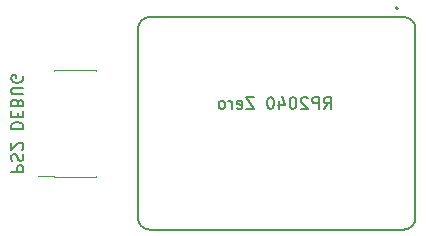
<source format=gbr>
%TF.GenerationSoftware,KiCad,Pcbnew,7.0.10*%
%TF.CreationDate,2025-10-01T21:30:06+02:00*%
%TF.ProjectId,PS2_Debug_Probe,5053325f-4465-4627-9567-5f50726f6265,rev?*%
%TF.SameCoordinates,Original*%
%TF.FileFunction,Legend,Bot*%
%TF.FilePolarity,Positive*%
%FSLAX46Y46*%
G04 Gerber Fmt 4.6, Leading zero omitted, Abs format (unit mm)*
G04 Created by KiCad (PCBNEW 7.0.10) date 2025-10-01 21:30:06*
%MOMM*%
%LPD*%
G01*
G04 APERTURE LIST*
%ADD10C,0.150000*%
%ADD11C,0.200000*%
%ADD12C,0.127000*%
%ADD13C,0.120000*%
G04 APERTURE END LIST*
D10*
X151791792Y-92769819D02*
X152125125Y-92293628D01*
X152363220Y-92769819D02*
X152363220Y-91769819D01*
X152363220Y-91769819D02*
X151982268Y-91769819D01*
X151982268Y-91769819D02*
X151887030Y-91817438D01*
X151887030Y-91817438D02*
X151839411Y-91865057D01*
X151839411Y-91865057D02*
X151791792Y-91960295D01*
X151791792Y-91960295D02*
X151791792Y-92103152D01*
X151791792Y-92103152D02*
X151839411Y-92198390D01*
X151839411Y-92198390D02*
X151887030Y-92246009D01*
X151887030Y-92246009D02*
X151982268Y-92293628D01*
X151982268Y-92293628D02*
X152363220Y-92293628D01*
X151363220Y-92769819D02*
X151363220Y-91769819D01*
X151363220Y-91769819D02*
X150982268Y-91769819D01*
X150982268Y-91769819D02*
X150887030Y-91817438D01*
X150887030Y-91817438D02*
X150839411Y-91865057D01*
X150839411Y-91865057D02*
X150791792Y-91960295D01*
X150791792Y-91960295D02*
X150791792Y-92103152D01*
X150791792Y-92103152D02*
X150839411Y-92198390D01*
X150839411Y-92198390D02*
X150887030Y-92246009D01*
X150887030Y-92246009D02*
X150982268Y-92293628D01*
X150982268Y-92293628D02*
X151363220Y-92293628D01*
X150410839Y-91865057D02*
X150363220Y-91817438D01*
X150363220Y-91817438D02*
X150267982Y-91769819D01*
X150267982Y-91769819D02*
X150029887Y-91769819D01*
X150029887Y-91769819D02*
X149934649Y-91817438D01*
X149934649Y-91817438D02*
X149887030Y-91865057D01*
X149887030Y-91865057D02*
X149839411Y-91960295D01*
X149839411Y-91960295D02*
X149839411Y-92055533D01*
X149839411Y-92055533D02*
X149887030Y-92198390D01*
X149887030Y-92198390D02*
X150458458Y-92769819D01*
X150458458Y-92769819D02*
X149839411Y-92769819D01*
X149220363Y-91769819D02*
X149125125Y-91769819D01*
X149125125Y-91769819D02*
X149029887Y-91817438D01*
X149029887Y-91817438D02*
X148982268Y-91865057D01*
X148982268Y-91865057D02*
X148934649Y-91960295D01*
X148934649Y-91960295D02*
X148887030Y-92150771D01*
X148887030Y-92150771D02*
X148887030Y-92388866D01*
X148887030Y-92388866D02*
X148934649Y-92579342D01*
X148934649Y-92579342D02*
X148982268Y-92674580D01*
X148982268Y-92674580D02*
X149029887Y-92722200D01*
X149029887Y-92722200D02*
X149125125Y-92769819D01*
X149125125Y-92769819D02*
X149220363Y-92769819D01*
X149220363Y-92769819D02*
X149315601Y-92722200D01*
X149315601Y-92722200D02*
X149363220Y-92674580D01*
X149363220Y-92674580D02*
X149410839Y-92579342D01*
X149410839Y-92579342D02*
X149458458Y-92388866D01*
X149458458Y-92388866D02*
X149458458Y-92150771D01*
X149458458Y-92150771D02*
X149410839Y-91960295D01*
X149410839Y-91960295D02*
X149363220Y-91865057D01*
X149363220Y-91865057D02*
X149315601Y-91817438D01*
X149315601Y-91817438D02*
X149220363Y-91769819D01*
X148029887Y-92103152D02*
X148029887Y-92769819D01*
X148267982Y-91722200D02*
X148506077Y-92436485D01*
X148506077Y-92436485D02*
X147887030Y-92436485D01*
X147315601Y-91769819D02*
X147220363Y-91769819D01*
X147220363Y-91769819D02*
X147125125Y-91817438D01*
X147125125Y-91817438D02*
X147077506Y-91865057D01*
X147077506Y-91865057D02*
X147029887Y-91960295D01*
X147029887Y-91960295D02*
X146982268Y-92150771D01*
X146982268Y-92150771D02*
X146982268Y-92388866D01*
X146982268Y-92388866D02*
X147029887Y-92579342D01*
X147029887Y-92579342D02*
X147077506Y-92674580D01*
X147077506Y-92674580D02*
X147125125Y-92722200D01*
X147125125Y-92722200D02*
X147220363Y-92769819D01*
X147220363Y-92769819D02*
X147315601Y-92769819D01*
X147315601Y-92769819D02*
X147410839Y-92722200D01*
X147410839Y-92722200D02*
X147458458Y-92674580D01*
X147458458Y-92674580D02*
X147506077Y-92579342D01*
X147506077Y-92579342D02*
X147553696Y-92388866D01*
X147553696Y-92388866D02*
X147553696Y-92150771D01*
X147553696Y-92150771D02*
X147506077Y-91960295D01*
X147506077Y-91960295D02*
X147458458Y-91865057D01*
X147458458Y-91865057D02*
X147410839Y-91817438D01*
X147410839Y-91817438D02*
X147315601Y-91769819D01*
X145887029Y-91769819D02*
X145220363Y-91769819D01*
X145220363Y-91769819D02*
X145887029Y-92769819D01*
X145887029Y-92769819D02*
X145220363Y-92769819D01*
X144458458Y-92722200D02*
X144553696Y-92769819D01*
X144553696Y-92769819D02*
X144744172Y-92769819D01*
X144744172Y-92769819D02*
X144839410Y-92722200D01*
X144839410Y-92722200D02*
X144887029Y-92626961D01*
X144887029Y-92626961D02*
X144887029Y-92246009D01*
X144887029Y-92246009D02*
X144839410Y-92150771D01*
X144839410Y-92150771D02*
X144744172Y-92103152D01*
X144744172Y-92103152D02*
X144553696Y-92103152D01*
X144553696Y-92103152D02*
X144458458Y-92150771D01*
X144458458Y-92150771D02*
X144410839Y-92246009D01*
X144410839Y-92246009D02*
X144410839Y-92341247D01*
X144410839Y-92341247D02*
X144887029Y-92436485D01*
X143982267Y-92769819D02*
X143982267Y-92103152D01*
X143982267Y-92293628D02*
X143934648Y-92198390D01*
X143934648Y-92198390D02*
X143887029Y-92150771D01*
X143887029Y-92150771D02*
X143791791Y-92103152D01*
X143791791Y-92103152D02*
X143696553Y-92103152D01*
X143220362Y-92769819D02*
X143315600Y-92722200D01*
X143315600Y-92722200D02*
X143363219Y-92674580D01*
X143363219Y-92674580D02*
X143410838Y-92579342D01*
X143410838Y-92579342D02*
X143410838Y-92293628D01*
X143410838Y-92293628D02*
X143363219Y-92198390D01*
X143363219Y-92198390D02*
X143315600Y-92150771D01*
X143315600Y-92150771D02*
X143220362Y-92103152D01*
X143220362Y-92103152D02*
X143077505Y-92103152D01*
X143077505Y-92103152D02*
X142982267Y-92150771D01*
X142982267Y-92150771D02*
X142934648Y-92198390D01*
X142934648Y-92198390D02*
X142887029Y-92293628D01*
X142887029Y-92293628D02*
X142887029Y-92579342D01*
X142887029Y-92579342D02*
X142934648Y-92674580D01*
X142934648Y-92674580D02*
X142982267Y-92722200D01*
X142982267Y-92722200D02*
X143077505Y-92769819D01*
X143077505Y-92769819D02*
X143220362Y-92769819D01*
D11*
X125332780Y-98130326D02*
X126332780Y-98130326D01*
X126332780Y-98130326D02*
X126332780Y-97749374D01*
X126332780Y-97749374D02*
X126285161Y-97654136D01*
X126285161Y-97654136D02*
X126237542Y-97606517D01*
X126237542Y-97606517D02*
X126142304Y-97558898D01*
X126142304Y-97558898D02*
X125999447Y-97558898D01*
X125999447Y-97558898D02*
X125904209Y-97606517D01*
X125904209Y-97606517D02*
X125856590Y-97654136D01*
X125856590Y-97654136D02*
X125808971Y-97749374D01*
X125808971Y-97749374D02*
X125808971Y-98130326D01*
X125380400Y-97177945D02*
X125332780Y-97035088D01*
X125332780Y-97035088D02*
X125332780Y-96796993D01*
X125332780Y-96796993D02*
X125380400Y-96701755D01*
X125380400Y-96701755D02*
X125428019Y-96654136D01*
X125428019Y-96654136D02*
X125523257Y-96606517D01*
X125523257Y-96606517D02*
X125618495Y-96606517D01*
X125618495Y-96606517D02*
X125713733Y-96654136D01*
X125713733Y-96654136D02*
X125761352Y-96701755D01*
X125761352Y-96701755D02*
X125808971Y-96796993D01*
X125808971Y-96796993D02*
X125856590Y-96987469D01*
X125856590Y-96987469D02*
X125904209Y-97082707D01*
X125904209Y-97082707D02*
X125951828Y-97130326D01*
X125951828Y-97130326D02*
X126047066Y-97177945D01*
X126047066Y-97177945D02*
X126142304Y-97177945D01*
X126142304Y-97177945D02*
X126237542Y-97130326D01*
X126237542Y-97130326D02*
X126285161Y-97082707D01*
X126285161Y-97082707D02*
X126332780Y-96987469D01*
X126332780Y-96987469D02*
X126332780Y-96749374D01*
X126332780Y-96749374D02*
X126285161Y-96606517D01*
X126237542Y-96225564D02*
X126285161Y-96177945D01*
X126285161Y-96177945D02*
X126332780Y-96082707D01*
X126332780Y-96082707D02*
X126332780Y-95844612D01*
X126332780Y-95844612D02*
X126285161Y-95749374D01*
X126285161Y-95749374D02*
X126237542Y-95701755D01*
X126237542Y-95701755D02*
X126142304Y-95654136D01*
X126142304Y-95654136D02*
X126047066Y-95654136D01*
X126047066Y-95654136D02*
X125904209Y-95701755D01*
X125904209Y-95701755D02*
X125332780Y-96273183D01*
X125332780Y-96273183D02*
X125332780Y-95654136D01*
X125332780Y-94463659D02*
X126332780Y-94463659D01*
X126332780Y-94463659D02*
X126332780Y-94225564D01*
X126332780Y-94225564D02*
X126285161Y-94082707D01*
X126285161Y-94082707D02*
X126189923Y-93987469D01*
X126189923Y-93987469D02*
X126094685Y-93939850D01*
X126094685Y-93939850D02*
X125904209Y-93892231D01*
X125904209Y-93892231D02*
X125761352Y-93892231D01*
X125761352Y-93892231D02*
X125570876Y-93939850D01*
X125570876Y-93939850D02*
X125475638Y-93987469D01*
X125475638Y-93987469D02*
X125380400Y-94082707D01*
X125380400Y-94082707D02*
X125332780Y-94225564D01*
X125332780Y-94225564D02*
X125332780Y-94463659D01*
X125856590Y-93463659D02*
X125856590Y-93130326D01*
X125332780Y-92987469D02*
X125332780Y-93463659D01*
X125332780Y-93463659D02*
X126332780Y-93463659D01*
X126332780Y-93463659D02*
X126332780Y-92987469D01*
X125856590Y-92225564D02*
X125808971Y-92082707D01*
X125808971Y-92082707D02*
X125761352Y-92035088D01*
X125761352Y-92035088D02*
X125666114Y-91987469D01*
X125666114Y-91987469D02*
X125523257Y-91987469D01*
X125523257Y-91987469D02*
X125428019Y-92035088D01*
X125428019Y-92035088D02*
X125380400Y-92082707D01*
X125380400Y-92082707D02*
X125332780Y-92177945D01*
X125332780Y-92177945D02*
X125332780Y-92558897D01*
X125332780Y-92558897D02*
X126332780Y-92558897D01*
X126332780Y-92558897D02*
X126332780Y-92225564D01*
X126332780Y-92225564D02*
X126285161Y-92130326D01*
X126285161Y-92130326D02*
X126237542Y-92082707D01*
X126237542Y-92082707D02*
X126142304Y-92035088D01*
X126142304Y-92035088D02*
X126047066Y-92035088D01*
X126047066Y-92035088D02*
X125951828Y-92082707D01*
X125951828Y-92082707D02*
X125904209Y-92130326D01*
X125904209Y-92130326D02*
X125856590Y-92225564D01*
X125856590Y-92225564D02*
X125856590Y-92558897D01*
X126332780Y-91558897D02*
X125523257Y-91558897D01*
X125523257Y-91558897D02*
X125428019Y-91511278D01*
X125428019Y-91511278D02*
X125380400Y-91463659D01*
X125380400Y-91463659D02*
X125332780Y-91368421D01*
X125332780Y-91368421D02*
X125332780Y-91177945D01*
X125332780Y-91177945D02*
X125380400Y-91082707D01*
X125380400Y-91082707D02*
X125428019Y-91035088D01*
X125428019Y-91035088D02*
X125523257Y-90987469D01*
X125523257Y-90987469D02*
X126332780Y-90987469D01*
X126285161Y-89987469D02*
X126332780Y-90082707D01*
X126332780Y-90082707D02*
X126332780Y-90225564D01*
X126332780Y-90225564D02*
X126285161Y-90368421D01*
X126285161Y-90368421D02*
X126189923Y-90463659D01*
X126189923Y-90463659D02*
X126094685Y-90511278D01*
X126094685Y-90511278D02*
X125904209Y-90558897D01*
X125904209Y-90558897D02*
X125761352Y-90558897D01*
X125761352Y-90558897D02*
X125570876Y-90511278D01*
X125570876Y-90511278D02*
X125475638Y-90463659D01*
X125475638Y-90463659D02*
X125380400Y-90368421D01*
X125380400Y-90368421D02*
X125332780Y-90225564D01*
X125332780Y-90225564D02*
X125332780Y-90130326D01*
X125332780Y-90130326D02*
X125380400Y-89987469D01*
X125380400Y-89987469D02*
X125428019Y-89939850D01*
X125428019Y-89939850D02*
X125761352Y-89939850D01*
X125761352Y-89939850D02*
X125761352Y-90130326D01*
D12*
%TO.C,U1*%
X158550000Y-103000000D02*
X137050000Y-103000000D01*
X136050000Y-102000000D02*
X136050000Y-86000000D01*
X159550000Y-86000000D02*
X159550000Y-102000000D01*
X137050000Y-85000000D02*
X158550000Y-85000000D01*
X136050000Y-102000000D02*
G75*
G03*
X137050000Y-103000000I999999J-1D01*
G01*
X158550000Y-103000000D02*
G75*
G03*
X159550000Y-102000000I1J999999D01*
G01*
X137050000Y-85000000D02*
G75*
G03*
X136050000Y-86000000I0J-1000000D01*
G01*
X159550000Y-86000000D02*
G75*
G03*
X158550000Y-85000000I-1000000J0D01*
G01*
D11*
X158060000Y-84250000D02*
G75*
G03*
X157860000Y-84250000I-100000J0D01*
G01*
X157860000Y-84250000D02*
G75*
G03*
X158060000Y-84250000I100000J0D01*
G01*
D13*
%TO.C,J1*%
X127610000Y-98440000D02*
X128935000Y-98440000D01*
X128935000Y-89495000D02*
X132465000Y-89495000D01*
X128935000Y-89560000D02*
X128935000Y-89495000D01*
X128935000Y-98505000D02*
X128935000Y-98440000D01*
X128935000Y-98505000D02*
X132465000Y-98505000D01*
X132465000Y-89560000D02*
X132465000Y-89495000D01*
X132465000Y-98505000D02*
X132465000Y-98440000D01*
%TD*%
M02*

</source>
